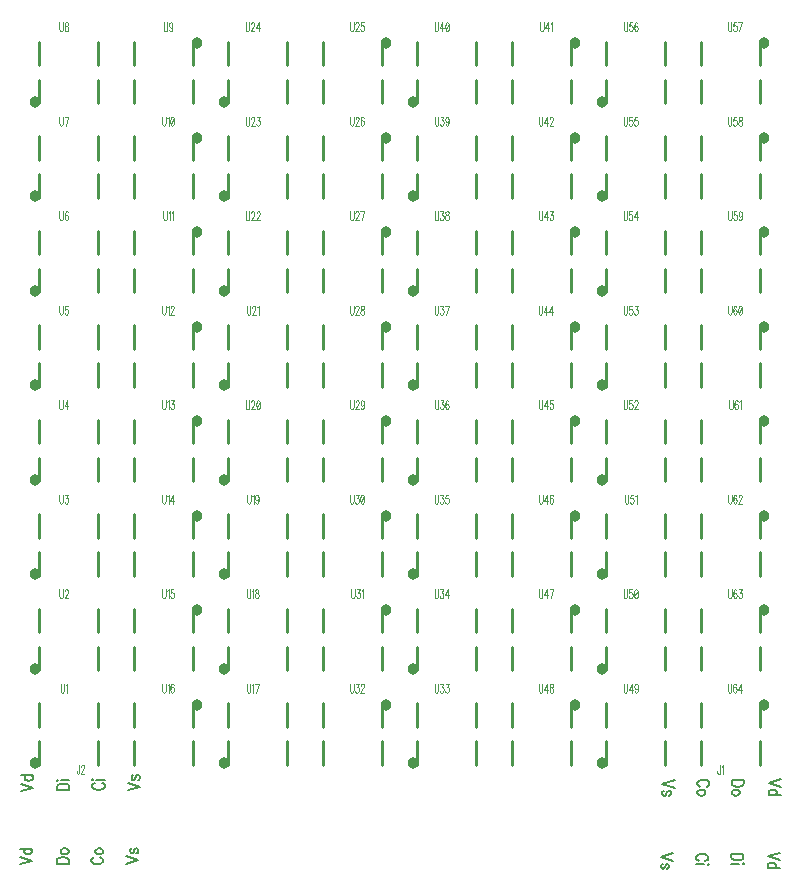
<source format=gto>
G04 DipTrace 2.4.0.2*
%IN64xAPA102Crigid.gto*%
%MOMM*%
%ADD10C,0.25*%
%ADD18O,0.925X0.975*%
%ADD28C,0.118*%
%ADD29C,0.157*%
%FSLAX53Y53*%
G04*
G71*
G90*
G75*
G01*
%LNTopSilk*%
%LPD*%
X13858Y25308D2*
D10*
Y23308D1*
X18858Y25308D2*
Y23308D1*
Y22108D2*
Y20108D1*
X13858Y22108D2*
Y20108D1*
D18*
X13496Y20245D3*
X13858Y33308D2*
D10*
Y31308D1*
X18858Y33308D2*
Y31308D1*
Y30108D2*
Y28108D1*
X13858Y30108D2*
Y28108D1*
D18*
X13496Y28245D3*
X13858Y41308D2*
D10*
Y39308D1*
X18858Y41308D2*
Y39308D1*
Y38108D2*
Y36108D1*
X13858Y38108D2*
Y36108D1*
D18*
X13496Y36245D3*
X13858Y49308D2*
D10*
Y47308D1*
X18858Y49308D2*
Y47308D1*
Y46108D2*
Y44108D1*
X13858Y46108D2*
Y44108D1*
D18*
X13496Y44245D3*
X13858Y57308D2*
D10*
Y55308D1*
X18858Y57308D2*
Y55308D1*
Y54108D2*
Y52108D1*
X13858Y54108D2*
Y52108D1*
D18*
X13496Y52245D3*
X13858Y65308D2*
D10*
Y63308D1*
X18858Y65308D2*
Y63308D1*
Y62108D2*
Y60108D1*
X13858Y62108D2*
Y60108D1*
D18*
X13496Y60245D3*
X13858Y73308D2*
D10*
Y71308D1*
X18858Y73308D2*
Y71308D1*
Y70108D2*
Y68108D1*
X13858Y70108D2*
Y68108D1*
D18*
X13496Y68245D3*
X13858Y81308D2*
D10*
Y79308D1*
X18858Y81308D2*
Y79308D1*
Y78108D2*
Y76108D1*
X13858Y78108D2*
Y76108D1*
D18*
X13496Y76245D3*
X26858Y76108D2*
D10*
Y78108D1*
X21858Y76108D2*
Y78108D1*
Y79308D2*
Y81308D1*
X26858Y79308D2*
Y81308D1*
D18*
X27221Y81171D3*
X26858Y68108D2*
D10*
Y70108D1*
X21858Y68108D2*
Y70108D1*
Y71308D2*
Y73308D1*
X26858Y71308D2*
Y73308D1*
D18*
X27221Y73171D3*
X26858Y60108D2*
D10*
Y62108D1*
X21858Y60108D2*
Y62108D1*
Y63308D2*
Y65308D1*
X26858Y63308D2*
Y65308D1*
D18*
X27221Y65171D3*
X26858Y52108D2*
D10*
Y54108D1*
X21858Y52108D2*
Y54108D1*
Y55308D2*
Y57308D1*
X26858Y55308D2*
Y57308D1*
D18*
X27221Y57171D3*
X26858Y44108D2*
D10*
Y46108D1*
X21858Y44108D2*
Y46108D1*
Y47308D2*
Y49308D1*
X26858Y47308D2*
Y49308D1*
D18*
X27221Y49171D3*
X26858Y36108D2*
D10*
Y38108D1*
X21858Y36108D2*
Y38108D1*
Y39308D2*
Y41308D1*
X26858Y39308D2*
Y41308D1*
D18*
X27221Y41171D3*
X26858Y28108D2*
D10*
Y30108D1*
X21858Y28108D2*
Y30108D1*
Y31308D2*
Y33308D1*
X26858Y31308D2*
Y33308D1*
D18*
X27221Y33171D3*
X26858Y20108D2*
D10*
Y22108D1*
X21858Y20108D2*
Y22108D1*
Y23308D2*
Y25308D1*
X26858Y23308D2*
Y25308D1*
D18*
X27221Y25171D3*
X29858Y25308D2*
D10*
Y23308D1*
X34858Y25308D2*
Y23308D1*
Y22108D2*
Y20108D1*
X29858Y22108D2*
Y20108D1*
D18*
X29496Y20245D3*
X29858Y33308D2*
D10*
Y31308D1*
X34858Y33308D2*
Y31308D1*
Y30108D2*
Y28108D1*
X29858Y30108D2*
Y28108D1*
D18*
X29496Y28245D3*
X29858Y41308D2*
D10*
Y39308D1*
X34858Y41308D2*
Y39308D1*
Y38108D2*
Y36108D1*
X29858Y38108D2*
Y36108D1*
D18*
X29496Y36245D3*
X29858Y49308D2*
D10*
Y47308D1*
X34858Y49308D2*
Y47308D1*
Y46108D2*
Y44108D1*
X29858Y46108D2*
Y44108D1*
D18*
X29496Y44245D3*
X29858Y57308D2*
D10*
Y55308D1*
X34858Y57308D2*
Y55308D1*
Y54108D2*
Y52108D1*
X29858Y54108D2*
Y52108D1*
D18*
X29496Y52245D3*
X29858Y65308D2*
D10*
Y63308D1*
X34858Y65308D2*
Y63308D1*
Y62108D2*
Y60108D1*
X29858Y62108D2*
Y60108D1*
D18*
X29496Y60245D3*
X29858Y73308D2*
D10*
Y71308D1*
X34858Y73308D2*
Y71308D1*
Y70108D2*
Y68108D1*
X29858Y70108D2*
Y68108D1*
D18*
X29496Y68245D3*
X29858Y81308D2*
D10*
Y79308D1*
X34858Y81308D2*
Y79308D1*
Y78108D2*
Y76108D1*
X29858Y78108D2*
Y76108D1*
D18*
X29496Y76245D3*
X42858Y76108D2*
D10*
Y78108D1*
X37858Y76108D2*
Y78108D1*
Y79308D2*
Y81308D1*
X42858Y79308D2*
Y81308D1*
D18*
X43221Y81171D3*
X42858Y68108D2*
D10*
Y70108D1*
X37858Y68108D2*
Y70108D1*
Y71308D2*
Y73308D1*
X42858Y71308D2*
Y73308D1*
D18*
X43221Y73171D3*
X42858Y60108D2*
D10*
Y62108D1*
X37858Y60108D2*
Y62108D1*
Y63308D2*
Y65308D1*
X42858Y63308D2*
Y65308D1*
D18*
X43221Y65171D3*
X42858Y52108D2*
D10*
Y54108D1*
X37858Y52108D2*
Y54108D1*
Y55308D2*
Y57308D1*
X42858Y55308D2*
Y57308D1*
D18*
X43221Y57171D3*
X42858Y44108D2*
D10*
Y46108D1*
X37858Y44108D2*
Y46108D1*
Y47308D2*
Y49308D1*
X42858Y47308D2*
Y49308D1*
D18*
X43221Y49171D3*
X42858Y36108D2*
D10*
Y38108D1*
X37858Y36108D2*
Y38108D1*
Y39308D2*
Y41308D1*
X42858Y39308D2*
Y41308D1*
D18*
X43221Y41171D3*
X42858Y28108D2*
D10*
Y30108D1*
X37858Y28108D2*
Y30108D1*
Y31308D2*
Y33308D1*
X42858Y31308D2*
Y33308D1*
D18*
X43221Y33171D3*
X42858Y20108D2*
D10*
Y22108D1*
X37858Y20108D2*
Y22108D1*
Y23308D2*
Y25308D1*
X42858Y23308D2*
Y25308D1*
D18*
X43221Y25171D3*
X45858Y25308D2*
D10*
Y23308D1*
X50858Y25308D2*
Y23308D1*
Y22108D2*
Y20108D1*
X45858Y22108D2*
Y20108D1*
D18*
X45496Y20245D3*
X45858Y33308D2*
D10*
Y31308D1*
X50858Y33308D2*
Y31308D1*
Y30108D2*
Y28108D1*
X45858Y30108D2*
Y28108D1*
D18*
X45496Y28245D3*
X45858Y41308D2*
D10*
Y39308D1*
X50858Y41308D2*
Y39308D1*
Y38108D2*
Y36108D1*
X45858Y38108D2*
Y36108D1*
D18*
X45496Y36245D3*
X45858Y49308D2*
D10*
Y47308D1*
X50858Y49308D2*
Y47308D1*
Y46108D2*
Y44108D1*
X45858Y46108D2*
Y44108D1*
D18*
X45496Y44245D3*
X45858Y57308D2*
D10*
Y55308D1*
X50858Y57308D2*
Y55308D1*
Y54108D2*
Y52108D1*
X45858Y54108D2*
Y52108D1*
D18*
X45496Y52245D3*
X45858Y65308D2*
D10*
Y63308D1*
X50858Y65308D2*
Y63308D1*
Y62108D2*
Y60108D1*
X45858Y62108D2*
Y60108D1*
D18*
X45496Y60245D3*
X45858Y73308D2*
D10*
Y71308D1*
X50858Y73308D2*
Y71308D1*
Y70108D2*
Y68108D1*
X45858Y70108D2*
Y68108D1*
D18*
X45496Y68245D3*
X45858Y81308D2*
D10*
Y79308D1*
X50858Y81308D2*
Y79308D1*
Y78108D2*
Y76108D1*
X45858Y78108D2*
Y76108D1*
D18*
X45496Y76245D3*
X58858Y76108D2*
D10*
Y78108D1*
X53858Y76108D2*
Y78108D1*
Y79308D2*
Y81308D1*
X58858Y79308D2*
Y81308D1*
D18*
X59221Y81171D3*
X58858Y68108D2*
D10*
Y70108D1*
X53858Y68108D2*
Y70108D1*
Y71308D2*
Y73308D1*
X58858Y71308D2*
Y73308D1*
D18*
X59221Y73171D3*
X58858Y60108D2*
D10*
Y62108D1*
X53858Y60108D2*
Y62108D1*
Y63308D2*
Y65308D1*
X58858Y63308D2*
Y65308D1*
D18*
X59221Y65171D3*
X58858Y52108D2*
D10*
Y54108D1*
X53858Y52108D2*
Y54108D1*
Y55308D2*
Y57308D1*
X58858Y55308D2*
Y57308D1*
D18*
X59221Y57171D3*
X58858Y44108D2*
D10*
Y46108D1*
X53858Y44108D2*
Y46108D1*
Y47308D2*
Y49308D1*
X58858Y47308D2*
Y49308D1*
D18*
X59221Y49171D3*
X58858Y36108D2*
D10*
Y38108D1*
X53858Y36108D2*
Y38108D1*
Y39308D2*
Y41308D1*
X58858Y39308D2*
Y41308D1*
D18*
X59221Y41171D3*
X58858Y28108D2*
D10*
Y30108D1*
X53858Y28108D2*
Y30108D1*
Y31308D2*
Y33308D1*
X58858Y31308D2*
Y33308D1*
D18*
X59221Y33171D3*
X58858Y20108D2*
D10*
Y22108D1*
X53858Y20108D2*
Y22108D1*
Y23308D2*
Y25308D1*
X58858Y23308D2*
Y25308D1*
D18*
X59221Y25171D3*
X61858Y25308D2*
D10*
Y23308D1*
X66858Y25308D2*
Y23308D1*
Y22108D2*
Y20108D1*
X61858Y22108D2*
Y20108D1*
D18*
X61496Y20245D3*
X61858Y33308D2*
D10*
Y31308D1*
X66858Y33308D2*
Y31308D1*
Y30108D2*
Y28108D1*
X61858Y30108D2*
Y28108D1*
D18*
X61496Y28245D3*
X61858Y41308D2*
D10*
Y39308D1*
X66858Y41308D2*
Y39308D1*
Y38108D2*
Y36108D1*
X61858Y38108D2*
Y36108D1*
D18*
X61496Y36245D3*
X61858Y49308D2*
D10*
Y47308D1*
X66858Y49308D2*
Y47308D1*
Y46108D2*
Y44108D1*
X61858Y46108D2*
Y44108D1*
D18*
X61496Y44245D3*
X61858Y57308D2*
D10*
Y55308D1*
X66858Y57308D2*
Y55308D1*
Y54108D2*
Y52108D1*
X61858Y54108D2*
Y52108D1*
D18*
X61496Y52245D3*
X61858Y65308D2*
D10*
Y63308D1*
X66858Y65308D2*
Y63308D1*
Y62108D2*
Y60108D1*
X61858Y62108D2*
Y60108D1*
D18*
X61496Y60245D3*
X61858Y73308D2*
D10*
Y71308D1*
X66858Y73308D2*
Y71308D1*
Y70108D2*
Y68108D1*
X61858Y70108D2*
Y68108D1*
D18*
X61496Y68245D3*
X61858Y81308D2*
D10*
Y79308D1*
X66858Y81308D2*
Y79308D1*
Y78108D2*
Y76108D1*
X61858Y78108D2*
Y76108D1*
D18*
X61496Y76245D3*
X74858Y76108D2*
D10*
Y78108D1*
X69858Y76108D2*
Y78108D1*
Y79308D2*
Y81308D1*
X74858Y79308D2*
Y81308D1*
D18*
X75221Y81171D3*
X74858Y68108D2*
D10*
Y70108D1*
X69858Y68108D2*
Y70108D1*
Y71308D2*
Y73308D1*
X74858Y71308D2*
Y73308D1*
D18*
X75221Y73171D3*
X74858Y60108D2*
D10*
Y62108D1*
X69858Y60108D2*
Y62108D1*
Y63308D2*
Y65308D1*
X74858Y63308D2*
Y65308D1*
D18*
X75221Y65171D3*
X74858Y52108D2*
D10*
Y54108D1*
X69858Y52108D2*
Y54108D1*
Y55308D2*
Y57308D1*
X74858Y55308D2*
Y57308D1*
D18*
X75221Y57171D3*
X74858Y44108D2*
D10*
Y46108D1*
X69858Y44108D2*
Y46108D1*
Y47308D2*
Y49308D1*
X74858Y47308D2*
Y49308D1*
D18*
X75221Y49171D3*
X74858Y36108D2*
D10*
Y38108D1*
X69858Y36108D2*
Y38108D1*
Y39308D2*
Y41308D1*
X74858Y39308D2*
Y41308D1*
D18*
X75221Y41171D3*
X74858Y28108D2*
D10*
Y30108D1*
X69858Y28108D2*
Y30108D1*
Y31308D2*
Y33308D1*
X74858Y31308D2*
Y33308D1*
D18*
X75221Y33171D3*
X74858Y20108D2*
D10*
Y22108D1*
X69858Y20108D2*
Y22108D1*
Y23308D2*
Y25308D1*
X74858Y23308D2*
Y25308D1*
D18*
X75221Y25171D3*
X71495Y20053D2*
D28*
Y19470D1*
X71474Y19360D1*
X71451Y19324D1*
X71408Y19287D1*
X71364D1*
X71320Y19324D1*
X71299Y19360D1*
X71277Y19470D1*
Y19542D1*
X71637Y19906D2*
X71680Y19943D1*
X71746Y20052D1*
Y19287D1*
X17246Y20111D2*
Y19529D1*
X17224Y19419D1*
X17202Y19383D1*
X17158Y19346D1*
X17115D1*
X17071Y19383D1*
X17049Y19419D1*
X17027Y19529D1*
Y19601D1*
X17409Y19929D2*
Y19965D1*
X17431Y20038D1*
X17453Y20074D1*
X17497Y20111D1*
X17584D1*
X17628Y20074D1*
X17649Y20038D1*
X17672Y19965D1*
Y19892D1*
X17649Y19819D1*
X17606Y19710D1*
X17387Y19346D1*
X17693D1*
X15667Y26974D2*
Y26427D1*
X15689Y26318D1*
X15733Y26245D1*
X15798Y26208D1*
X15842D1*
X15908Y26245D1*
X15951Y26318D1*
X15973Y26427D1*
Y26974D1*
X16114Y26827D2*
X16158Y26864D1*
X16224Y26973D1*
Y26208D1*
X15569Y34974D2*
Y34427D1*
X15590Y34318D1*
X15634Y34245D1*
X15700Y34208D1*
X15744D1*
X15809Y34245D1*
X15853Y34318D1*
X15875Y34427D1*
Y34974D1*
X16038Y34791D2*
Y34827D1*
X16060Y34901D1*
X16082Y34937D1*
X16126Y34973D1*
X16213D1*
X16257Y34937D1*
X16278Y34901D1*
X16301Y34827D1*
Y34755D1*
X16278Y34682D1*
X16235Y34573D1*
X16016Y34208D1*
X16322D1*
X15569Y42974D2*
Y42427D1*
X15590Y42318D1*
X15634Y42245D1*
X15700Y42208D1*
X15744D1*
X15809Y42245D1*
X15853Y42318D1*
X15875Y42427D1*
Y42974D1*
X16060Y42973D2*
X16300D1*
X16169Y42682D1*
X16235D1*
X16278Y42645D1*
X16300Y42609D1*
X16322Y42500D1*
Y42427D1*
X16300Y42318D1*
X16257Y42244D1*
X16191Y42208D1*
X16125D1*
X16060Y42244D1*
X16038Y42282D1*
X16016Y42354D1*
X15558Y50974D2*
Y50427D1*
X15580Y50318D1*
X15623Y50245D1*
X15689Y50208D1*
X15733D1*
X15798Y50245D1*
X15842Y50318D1*
X15864Y50427D1*
Y50974D1*
X16224Y50208D2*
Y50973D1*
X16005Y50463D1*
X16333D1*
X15569Y58974D2*
Y58427D1*
X15590Y58318D1*
X15634Y58245D1*
X15700Y58208D1*
X15744D1*
X15809Y58245D1*
X15853Y58318D1*
X15875Y58427D1*
Y58974D1*
X16278Y58973D2*
X16060D1*
X16038Y58645D1*
X16060Y58682D1*
X16126Y58719D1*
X16191D1*
X16257Y58682D1*
X16301Y58609D1*
X16322Y58500D1*
Y58427D1*
X16301Y58318D1*
X16257Y58244D1*
X16191Y58208D1*
X16126D1*
X16060Y58244D1*
X16038Y58282D1*
X16016Y58354D1*
X15580Y66974D2*
Y66427D1*
X15602Y66318D1*
X15645Y66245D1*
X15711Y66208D1*
X15755D1*
X15820Y66245D1*
X15864Y66318D1*
X15886Y66427D1*
Y66974D1*
X16290Y66864D2*
X16268Y66937D1*
X16202Y66973D1*
X16159D1*
X16093Y66937D1*
X16049Y66827D1*
X16027Y66645D1*
Y66463D1*
X16049Y66318D1*
X16093Y66244D1*
X16159Y66208D1*
X16180D1*
X16246Y66244D1*
X16290Y66318D1*
X16311Y66427D1*
Y66463D1*
X16290Y66573D1*
X16246Y66645D1*
X16180Y66682D1*
X16159D1*
X16093Y66645D1*
X16049Y66573D1*
X16027Y66463D1*
X15569Y74974D2*
Y74427D1*
X15590Y74318D1*
X15634Y74245D1*
X15700Y74208D1*
X15744D1*
X15809Y74245D1*
X15853Y74318D1*
X15875Y74427D1*
Y74974D1*
X16104Y74208D2*
X16322Y74973D1*
X16016D1*
X15569Y82974D2*
Y82427D1*
X15591Y82318D1*
X15635Y82245D1*
X15700Y82208D1*
X15744D1*
X15809Y82245D1*
X15853Y82318D1*
X15875Y82427D1*
Y82974D1*
X16126Y82973D2*
X16060Y82937D1*
X16038Y82864D1*
Y82791D1*
X16060Y82719D1*
X16104Y82682D1*
X16191Y82645D1*
X16257Y82609D1*
X16300Y82536D1*
X16322Y82463D1*
Y82354D1*
X16300Y82282D1*
X16279Y82244D1*
X16213Y82208D1*
X16126D1*
X16060Y82244D1*
X16038Y82282D1*
X16016Y82354D1*
Y82463D1*
X16038Y82536D1*
X16082Y82609D1*
X16147Y82645D1*
X16235Y82682D1*
X16279Y82719D1*
X16300Y82791D1*
Y82864D1*
X16279Y82937D1*
X16213Y82973D1*
X16126D1*
X24405Y82974D2*
Y82427D1*
X24426Y82318D1*
X24470Y82245D1*
X24536Y82208D1*
X24579D1*
X24645Y82245D1*
X24689Y82318D1*
X24711Y82427D1*
Y82974D1*
X25136Y82719D2*
X25114Y82609D1*
X25071Y82536D1*
X25005Y82500D1*
X24983D1*
X24918Y82536D1*
X24874Y82609D1*
X24852Y82719D1*
Y82755D1*
X24874Y82864D1*
X24918Y82937D1*
X24983Y82973D1*
X25005D1*
X25071Y82937D1*
X25114Y82864D1*
X25136Y82719D1*
Y82536D1*
X25114Y82354D1*
X25071Y82244D1*
X25005Y82208D1*
X24962D1*
X24896Y82244D1*
X24874Y82318D1*
X24268Y74974D2*
Y74427D1*
X24290Y74318D1*
X24334Y74245D1*
X24400Y74208D1*
X24443D1*
X24509Y74245D1*
X24553Y74318D1*
X24574Y74427D1*
Y74974D1*
X24716Y74827D2*
X24760Y74864D1*
X24825Y74973D1*
Y74208D1*
X25098Y74973D2*
X25032Y74937D1*
X24988Y74827D1*
X24967Y74645D1*
Y74536D1*
X24988Y74354D1*
X25032Y74244D1*
X25098Y74208D1*
X25141D1*
X25207Y74244D1*
X25251Y74354D1*
X25273Y74536D1*
Y74645D1*
X25251Y74827D1*
X25207Y74937D1*
X25141Y74973D1*
X25098D1*
X25251Y74827D2*
X24988Y74354D1*
X24367Y66974D2*
Y66427D1*
X24388Y66318D1*
X24432Y66245D1*
X24498Y66208D1*
X24541D1*
X24607Y66245D1*
X24651Y66318D1*
X24673Y66427D1*
Y66974D1*
X24814Y66827D2*
X24858Y66864D1*
X24924Y66973D1*
Y66208D1*
X25065Y66827D2*
X25109Y66864D1*
X25174Y66973D1*
Y66208D1*
X24268Y58974D2*
Y58427D1*
X24290Y58318D1*
X24334Y58245D1*
X24400Y58208D1*
X24443D1*
X24509Y58245D1*
X24553Y58318D1*
X24574Y58427D1*
Y58974D1*
X24716Y58827D2*
X24760Y58864D1*
X24825Y58973D1*
Y58208D1*
X24989Y58791D2*
Y58827D1*
X25010Y58901D1*
X25032Y58937D1*
X25076Y58973D1*
X25164D1*
X25207Y58937D1*
X25229Y58901D1*
X25251Y58827D1*
Y58755D1*
X25229Y58682D1*
X25185Y58573D1*
X24967Y58208D1*
X25273D1*
X24268Y50974D2*
Y50427D1*
X24290Y50318D1*
X24334Y50245D1*
X24400Y50208D1*
X24443D1*
X24509Y50245D1*
X24553Y50318D1*
X24574Y50427D1*
Y50974D1*
X24716Y50827D2*
X24760Y50864D1*
X24825Y50973D1*
Y50208D1*
X25010Y50973D2*
X25251D1*
X25120Y50682D1*
X25185D1*
X25229Y50645D1*
X25251Y50609D1*
X25273Y50500D1*
Y50427D1*
X25251Y50318D1*
X25207Y50244D1*
X25141Y50208D1*
X25076D1*
X25010Y50244D1*
X24989Y50282D1*
X24967Y50354D1*
X24257Y42974D2*
Y42427D1*
X24279Y42318D1*
X24323Y42245D1*
X24389Y42208D1*
X24432D1*
X24498Y42245D1*
X24542Y42318D1*
X24564Y42427D1*
Y42974D1*
X24705Y42827D2*
X24749Y42864D1*
X24814Y42973D1*
Y42208D1*
X25174D2*
Y42973D1*
X24956Y42463D1*
X25284D1*
X24268Y34974D2*
Y34427D1*
X24290Y34318D1*
X24334Y34245D1*
X24400Y34208D1*
X24443D1*
X24509Y34245D1*
X24553Y34318D1*
X24574Y34427D1*
Y34974D1*
X24716Y34827D2*
X24760Y34864D1*
X24825Y34973D1*
Y34208D1*
X25229Y34973D2*
X25010D1*
X24989Y34645D1*
X25010Y34682D1*
X25076Y34719D1*
X25141D1*
X25207Y34682D1*
X25251Y34609D1*
X25273Y34500D1*
Y34427D1*
X25251Y34318D1*
X25207Y34244D1*
X25141Y34208D1*
X25076D1*
X25010Y34244D1*
X24989Y34282D1*
X24967Y34354D1*
X24279Y26974D2*
Y26427D1*
X24301Y26318D1*
X24345Y26245D1*
X24411Y26208D1*
X24454D1*
X24520Y26245D1*
X24564Y26318D1*
X24586Y26427D1*
Y26974D1*
X24727Y26827D2*
X24771Y26864D1*
X24836Y26973D1*
Y26208D1*
X25240Y26864D2*
X25218Y26937D1*
X25152Y26973D1*
X25109D1*
X25043Y26937D1*
X24999Y26827D1*
X24978Y26645D1*
Y26463D1*
X24999Y26318D1*
X25043Y26244D1*
X25109Y26208D1*
X25131D1*
X25196Y26244D1*
X25240Y26318D1*
X25262Y26427D1*
Y26463D1*
X25240Y26573D1*
X25196Y26645D1*
X25131Y26682D1*
X25109D1*
X25043Y26645D1*
X24999Y26573D1*
X24978Y26463D1*
X31443Y26974D2*
Y26427D1*
X31465Y26318D1*
X31509Y26245D1*
X31575Y26208D1*
X31618D1*
X31684Y26245D1*
X31728Y26318D1*
X31749Y26427D1*
Y26974D1*
X31891Y26827D2*
X31935Y26864D1*
X32000Y26973D1*
Y26208D1*
X32229D2*
X32448Y26973D1*
X32142D1*
X31443Y34974D2*
Y34427D1*
X31465Y34318D1*
X31509Y34245D1*
X31575Y34208D1*
X31618D1*
X31684Y34245D1*
X31728Y34318D1*
X31750Y34427D1*
Y34974D1*
X31891Y34827D2*
X31935Y34864D1*
X32001Y34973D1*
Y34208D1*
X32251Y34973D2*
X32186Y34937D1*
X32164Y34864D1*
Y34791D1*
X32186Y34719D1*
X32229Y34682D1*
X32317Y34645D1*
X32382Y34609D1*
X32426Y34536D1*
X32448Y34463D1*
Y34354D1*
X32426Y34282D1*
X32404Y34244D1*
X32338Y34208D1*
X32251D1*
X32186Y34244D1*
X32164Y34282D1*
X32142Y34354D1*
Y34463D1*
X32164Y34536D1*
X32207Y34609D1*
X32273Y34645D1*
X32360Y34682D1*
X32404Y34719D1*
X32426Y34791D1*
Y34864D1*
X32404Y34937D1*
X32338Y34973D1*
X32251D1*
X31454Y42974D2*
Y42427D1*
X31476Y42318D1*
X31520Y42245D1*
X31585Y42208D1*
X31629D1*
X31695Y42245D1*
X31739Y42318D1*
X31760Y42427D1*
Y42974D1*
X31902Y42827D2*
X31946Y42864D1*
X32011Y42973D1*
Y42208D1*
X32437Y42719D2*
X32415Y42609D1*
X32371Y42536D1*
X32306Y42500D1*
X32284D1*
X32218Y42536D1*
X32175Y42609D1*
X32152Y42719D1*
Y42755D1*
X32175Y42864D1*
X32218Y42937D1*
X32284Y42973D1*
X32306D1*
X32371Y42937D1*
X32415Y42864D1*
X32437Y42719D1*
Y42536D1*
X32415Y42354D1*
X32371Y42244D1*
X32306Y42208D1*
X32262D1*
X32196Y42244D1*
X32175Y42318D1*
X31345Y50974D2*
Y50427D1*
X31367Y50318D1*
X31411Y50245D1*
X31476Y50208D1*
X31520D1*
X31585Y50245D1*
X31629Y50318D1*
X31651Y50427D1*
Y50974D1*
X31815Y50791D2*
Y50827D1*
X31836Y50901D1*
X31858Y50937D1*
X31902Y50973D1*
X31989D1*
X32033Y50937D1*
X32055Y50901D1*
X32077Y50827D1*
Y50755D1*
X32055Y50682D1*
X32011Y50573D1*
X31792Y50208D1*
X32099D1*
X32371Y50973D2*
X32306Y50937D1*
X32262Y50827D1*
X32240Y50645D1*
Y50536D1*
X32262Y50354D1*
X32306Y50244D1*
X32371Y50208D1*
X32415D1*
X32480Y50244D1*
X32524Y50354D1*
X32546Y50536D1*
Y50645D1*
X32524Y50827D1*
X32480Y50937D1*
X32415Y50973D1*
X32371D1*
X32524Y50827D2*
X32262Y50354D1*
X31443Y58974D2*
Y58427D1*
X31465Y58318D1*
X31509Y58245D1*
X31575Y58208D1*
X31618D1*
X31684Y58245D1*
X31728Y58318D1*
X31749Y58427D1*
Y58974D1*
X31913Y58791D2*
Y58827D1*
X31935Y58901D1*
X31956Y58937D1*
X32000Y58973D1*
X32088D1*
X32131Y58937D1*
X32153Y58901D1*
X32175Y58827D1*
Y58755D1*
X32153Y58682D1*
X32110Y58573D1*
X31891Y58208D1*
X32197D1*
X32338Y58827D2*
X32382Y58864D1*
X32448Y58973D1*
Y58208D1*
X31345Y66974D2*
Y66427D1*
X31367Y66318D1*
X31411Y66245D1*
X31476Y66208D1*
X31520D1*
X31585Y66245D1*
X31629Y66318D1*
X31651Y66427D1*
Y66974D1*
X31815Y66791D2*
Y66827D1*
X31836Y66901D1*
X31858Y66937D1*
X31902Y66973D1*
X31989D1*
X32033Y66937D1*
X32055Y66901D1*
X32077Y66827D1*
Y66755D1*
X32055Y66682D1*
X32011Y66573D1*
X31792Y66208D1*
X32099D1*
X32262Y66791D2*
Y66827D1*
X32284Y66901D1*
X32306Y66937D1*
X32349Y66973D1*
X32437D1*
X32480Y66937D1*
X32502Y66901D1*
X32524Y66827D1*
Y66755D1*
X32502Y66682D1*
X32459Y66573D1*
X32240Y66208D1*
X32546D1*
X31345Y74974D2*
Y74427D1*
X31367Y74318D1*
X31411Y74245D1*
X31476Y74208D1*
X31520D1*
X31585Y74245D1*
X31629Y74318D1*
X31651Y74427D1*
Y74974D1*
X31815Y74791D2*
Y74827D1*
X31836Y74901D1*
X31858Y74937D1*
X31902Y74973D1*
X31989D1*
X32033Y74937D1*
X32055Y74901D1*
X32077Y74827D1*
Y74755D1*
X32055Y74682D1*
X32011Y74573D1*
X31792Y74208D1*
X32099D1*
X32284Y74973D2*
X32524D1*
X32393Y74682D1*
X32459D1*
X32502Y74645D1*
X32524Y74609D1*
X32546Y74500D1*
Y74427D1*
X32524Y74318D1*
X32480Y74244D1*
X32415Y74208D1*
X32349D1*
X32284Y74244D1*
X32262Y74282D1*
X32240Y74354D1*
X31334Y82974D2*
Y82427D1*
X31356Y82318D1*
X31400Y82245D1*
X31465Y82208D1*
X31509D1*
X31575Y82245D1*
X31619Y82318D1*
X31640Y82427D1*
Y82974D1*
X31804Y82791D2*
Y82827D1*
X31825Y82901D1*
X31847Y82937D1*
X31891Y82973D1*
X31979D1*
X32022Y82937D1*
X32044Y82901D1*
X32066Y82827D1*
Y82755D1*
X32044Y82682D1*
X32000Y82573D1*
X31782Y82208D1*
X32088D1*
X32448D2*
Y82973D1*
X32229Y82463D1*
X32557D1*
X40170Y82974D2*
Y82427D1*
X40192Y82318D1*
X40236Y82245D1*
X40301Y82208D1*
X40345D1*
X40410Y82245D1*
X40454Y82318D1*
X40476Y82427D1*
Y82974D1*
X40640Y82791D2*
Y82827D1*
X40661Y82901D1*
X40683Y82937D1*
X40727Y82973D1*
X40814D1*
X40858Y82937D1*
X40880Y82901D1*
X40902Y82827D1*
Y82755D1*
X40880Y82682D1*
X40836Y82573D1*
X40617Y82208D1*
X40924D1*
X41327Y82973D2*
X41109D1*
X41087Y82645D1*
X41109Y82682D1*
X41174Y82719D1*
X41240D1*
X41305Y82682D1*
X41349Y82609D1*
X41371Y82500D1*
Y82427D1*
X41349Y82318D1*
X41305Y82244D1*
X41240Y82208D1*
X41174D1*
X41109Y82244D1*
X41087Y82282D1*
X41065Y82354D1*
X40181Y74974D2*
Y74427D1*
X40203Y74318D1*
X40247Y74245D1*
X40312Y74208D1*
X40356D1*
X40422Y74245D1*
X40466Y74318D1*
X40487Y74427D1*
Y74974D1*
X40651Y74791D2*
Y74827D1*
X40672Y74901D1*
X40694Y74937D1*
X40738Y74973D1*
X40826D1*
X40869Y74937D1*
X40891Y74901D1*
X40913Y74827D1*
Y74755D1*
X40891Y74682D1*
X40847Y74573D1*
X40628Y74208D1*
X40935D1*
X41338Y74864D2*
X41316Y74937D1*
X41251Y74973D1*
X41207D1*
X41142Y74937D1*
X41098Y74827D1*
X41076Y74645D1*
Y74463D1*
X41098Y74318D1*
X41142Y74244D1*
X41207Y74208D1*
X41229D1*
X41294Y74244D1*
X41338Y74318D1*
X41360Y74427D1*
Y74463D1*
X41338Y74573D1*
X41294Y74645D1*
X41229Y74682D1*
X41207D1*
X41142Y74645D1*
X41098Y74573D1*
X41076Y74463D1*
X40170Y66974D2*
Y66427D1*
X40192Y66318D1*
X40236Y66245D1*
X40301Y66208D1*
X40345D1*
X40410Y66245D1*
X40454Y66318D1*
X40476Y66427D1*
Y66974D1*
X40640Y66791D2*
Y66827D1*
X40661Y66901D1*
X40683Y66937D1*
X40727Y66973D1*
X40814D1*
X40858Y66937D1*
X40880Y66901D1*
X40902Y66827D1*
Y66755D1*
X40880Y66682D1*
X40836Y66573D1*
X40617Y66208D1*
X40924D1*
X41152D2*
X41371Y66973D1*
X41065D1*
X40170Y58974D2*
Y58427D1*
X40192Y58318D1*
X40236Y58245D1*
X40302Y58208D1*
X40345D1*
X40411Y58245D1*
X40455Y58318D1*
X40476Y58427D1*
Y58974D1*
X40640Y58791D2*
Y58827D1*
X40662Y58901D1*
X40683Y58937D1*
X40727Y58973D1*
X40815D1*
X40858Y58937D1*
X40880Y58901D1*
X40902Y58827D1*
Y58755D1*
X40880Y58682D1*
X40836Y58573D1*
X40618Y58208D1*
X40924D1*
X41174Y58973D2*
X41109Y58937D1*
X41087Y58864D1*
Y58791D1*
X41109Y58719D1*
X41152Y58682D1*
X41240Y58645D1*
X41306Y58609D1*
X41349Y58536D1*
X41371Y58463D1*
Y58354D1*
X41349Y58282D1*
X41327Y58244D1*
X41262Y58208D1*
X41174D1*
X41109Y58244D1*
X41087Y58282D1*
X41065Y58354D1*
Y58463D1*
X41087Y58536D1*
X41131Y58609D1*
X41196Y58645D1*
X41283Y58682D1*
X41327Y58719D1*
X41349Y58791D1*
Y58864D1*
X41327Y58937D1*
X41262Y58973D1*
X41174D1*
X40181Y50974D2*
Y50427D1*
X40203Y50318D1*
X40247Y50245D1*
X40312Y50208D1*
X40356D1*
X40421Y50245D1*
X40465Y50318D1*
X40487Y50427D1*
Y50974D1*
X40650Y50791D2*
Y50827D1*
X40672Y50901D1*
X40694Y50937D1*
X40738Y50973D1*
X40825D1*
X40869Y50937D1*
X40891Y50901D1*
X40913Y50827D1*
Y50755D1*
X40891Y50682D1*
X40847Y50573D1*
X40628Y50208D1*
X40935D1*
X41360Y50719D2*
X41338Y50609D1*
X41295Y50536D1*
X41229Y50500D1*
X41207D1*
X41141Y50536D1*
X41098Y50609D1*
X41076Y50719D1*
Y50755D1*
X41098Y50864D1*
X41141Y50937D1*
X41207Y50973D1*
X41229D1*
X41295Y50937D1*
X41338Y50864D1*
X41360Y50719D1*
Y50536D1*
X41338Y50354D1*
X41295Y50244D1*
X41229Y50208D1*
X41185D1*
X41120Y50244D1*
X41098Y50318D1*
X40170Y42974D2*
Y42427D1*
X40192Y42318D1*
X40236Y42245D1*
X40301Y42208D1*
X40345D1*
X40410Y42245D1*
X40454Y42318D1*
X40476Y42427D1*
Y42974D1*
X40661Y42973D2*
X40901D1*
X40771Y42682D1*
X40836D1*
X40880Y42645D1*
X40901Y42609D1*
X40924Y42500D1*
Y42427D1*
X40901Y42318D1*
X40858Y42244D1*
X40792Y42208D1*
X40727D1*
X40661Y42244D1*
X40640Y42282D1*
X40617Y42354D1*
X41196Y42973D2*
X41131Y42937D1*
X41087Y42827D1*
X41065Y42645D1*
Y42536D1*
X41087Y42354D1*
X41131Y42244D1*
X41196Y42208D1*
X41240D1*
X41305Y42244D1*
X41349Y42354D1*
X41371Y42536D1*
Y42645D1*
X41349Y42827D1*
X41305Y42937D1*
X41240Y42973D1*
X41196D1*
X41349Y42827D2*
X41087Y42354D1*
X40268Y34974D2*
Y34427D1*
X40290Y34318D1*
X40334Y34245D1*
X40400Y34208D1*
X40443D1*
X40509Y34245D1*
X40553Y34318D1*
X40574Y34427D1*
Y34974D1*
X40760Y34973D2*
X41000D1*
X40869Y34682D1*
X40935D1*
X40978Y34645D1*
X41000Y34609D1*
X41022Y34500D1*
Y34427D1*
X41000Y34318D1*
X40956Y34244D1*
X40891Y34208D1*
X40825D1*
X40760Y34244D1*
X40738Y34282D1*
X40716Y34354D1*
X41163Y34827D2*
X41207Y34864D1*
X41273Y34973D1*
Y34208D1*
X40170Y26974D2*
Y26427D1*
X40192Y26318D1*
X40236Y26245D1*
X40301Y26208D1*
X40345D1*
X40410Y26245D1*
X40454Y26318D1*
X40476Y26427D1*
Y26974D1*
X40661Y26973D2*
X40901D1*
X40771Y26682D1*
X40836D1*
X40880Y26645D1*
X40901Y26609D1*
X40924Y26500D1*
Y26427D1*
X40901Y26318D1*
X40858Y26244D1*
X40792Y26208D1*
X40727D1*
X40661Y26244D1*
X40640Y26282D1*
X40617Y26354D1*
X41087Y26791D2*
Y26827D1*
X41109Y26901D1*
X41131Y26937D1*
X41174Y26973D1*
X41262D1*
X41305Y26937D1*
X41327Y26901D1*
X41349Y26827D1*
Y26755D1*
X41327Y26682D1*
X41284Y26573D1*
X41065Y26208D1*
X41371D1*
X47345Y26974D2*
Y26427D1*
X47367Y26318D1*
X47411Y26245D1*
X47476Y26208D1*
X47520D1*
X47585Y26245D1*
X47629Y26318D1*
X47651Y26427D1*
Y26974D1*
X47836Y26973D2*
X48076D1*
X47946Y26682D1*
X48011D1*
X48055Y26645D1*
X48076Y26609D1*
X48099Y26500D1*
Y26427D1*
X48076Y26318D1*
X48033Y26244D1*
X47967Y26208D1*
X47902D1*
X47836Y26244D1*
X47815Y26282D1*
X47792Y26354D1*
X48284Y26973D2*
X48524D1*
X48393Y26682D1*
X48459D1*
X48502Y26645D1*
X48524Y26609D1*
X48546Y26500D1*
Y26427D1*
X48524Y26318D1*
X48480Y26244D1*
X48415Y26208D1*
X48349D1*
X48284Y26244D1*
X48262Y26282D1*
X48240Y26354D1*
X47334Y34974D2*
Y34427D1*
X47356Y34318D1*
X47400Y34245D1*
X47465Y34208D1*
X47509D1*
X47575Y34245D1*
X47619Y34318D1*
X47640Y34427D1*
Y34974D1*
X47825Y34973D2*
X48066D1*
X47935Y34682D1*
X48000D1*
X48044Y34645D1*
X48066Y34609D1*
X48088Y34500D1*
Y34427D1*
X48066Y34318D1*
X48022Y34244D1*
X47956Y34208D1*
X47891D1*
X47825Y34244D1*
X47804Y34282D1*
X47782Y34354D1*
X48448Y34208D2*
Y34973D1*
X48229Y34463D1*
X48557D1*
X47345Y42974D2*
Y42427D1*
X47367Y42318D1*
X47411Y42245D1*
X47476Y42208D1*
X47520D1*
X47585Y42245D1*
X47629Y42318D1*
X47651Y42427D1*
Y42974D1*
X47836Y42973D2*
X48076D1*
X47946Y42682D1*
X48011D1*
X48055Y42645D1*
X48076Y42609D1*
X48099Y42500D1*
Y42427D1*
X48076Y42318D1*
X48033Y42244D1*
X47967Y42208D1*
X47902D1*
X47836Y42244D1*
X47815Y42282D1*
X47792Y42354D1*
X48502Y42973D2*
X48284D1*
X48262Y42645D1*
X48284Y42682D1*
X48349Y42719D1*
X48415D1*
X48480Y42682D1*
X48524Y42609D1*
X48546Y42500D1*
Y42427D1*
X48524Y42318D1*
X48480Y42244D1*
X48415Y42208D1*
X48349D1*
X48284Y42244D1*
X48262Y42282D1*
X48240Y42354D1*
X47356Y50974D2*
Y50427D1*
X47378Y50318D1*
X47422Y50245D1*
X47487Y50208D1*
X47531D1*
X47597Y50245D1*
X47641Y50318D1*
X47662Y50427D1*
Y50974D1*
X47847Y50973D2*
X48088D1*
X47957Y50682D1*
X48022D1*
X48066Y50645D1*
X48088Y50609D1*
X48110Y50500D1*
Y50427D1*
X48088Y50318D1*
X48044Y50244D1*
X47978Y50208D1*
X47913D1*
X47847Y50244D1*
X47826Y50282D1*
X47803Y50354D1*
X48513Y50864D2*
X48491Y50937D1*
X48426Y50973D1*
X48382D1*
X48317Y50937D1*
X48273Y50827D1*
X48251Y50645D1*
Y50463D1*
X48273Y50318D1*
X48317Y50244D1*
X48382Y50208D1*
X48404D1*
X48469Y50244D1*
X48513Y50318D1*
X48535Y50427D1*
Y50463D1*
X48513Y50573D1*
X48469Y50645D1*
X48404Y50682D1*
X48382D1*
X48317Y50645D1*
X48273Y50573D1*
X48251Y50463D1*
X47345Y58974D2*
Y58427D1*
X47367Y58318D1*
X47411Y58245D1*
X47476Y58208D1*
X47520D1*
X47585Y58245D1*
X47629Y58318D1*
X47651Y58427D1*
Y58974D1*
X47836Y58973D2*
X48076D1*
X47946Y58682D1*
X48011D1*
X48055Y58645D1*
X48076Y58609D1*
X48099Y58500D1*
Y58427D1*
X48076Y58318D1*
X48033Y58244D1*
X47967Y58208D1*
X47902D1*
X47836Y58244D1*
X47815Y58282D1*
X47792Y58354D1*
X48327Y58208D2*
X48546Y58973D1*
X48240D1*
X47345Y66974D2*
Y66427D1*
X47367Y66318D1*
X47411Y66245D1*
X47477Y66208D1*
X47520D1*
X47586Y66245D1*
X47630Y66318D1*
X47651Y66427D1*
Y66974D1*
X47837Y66973D2*
X48077D1*
X47946Y66682D1*
X48011D1*
X48055Y66645D1*
X48077Y66609D1*
X48099Y66500D1*
Y66427D1*
X48077Y66318D1*
X48033Y66244D1*
X47967Y66208D1*
X47902D1*
X47837Y66244D1*
X47815Y66282D1*
X47793Y66354D1*
X48349Y66973D2*
X48284Y66937D1*
X48262Y66864D1*
Y66791D1*
X48284Y66719D1*
X48327Y66682D1*
X48415Y66645D1*
X48481Y66609D1*
X48524Y66536D1*
X48546Y66463D1*
Y66354D1*
X48524Y66282D1*
X48502Y66244D1*
X48437Y66208D1*
X48349D1*
X48284Y66244D1*
X48262Y66282D1*
X48240Y66354D1*
Y66463D1*
X48262Y66536D1*
X48306Y66609D1*
X48371Y66645D1*
X48458Y66682D1*
X48502Y66719D1*
X48524Y66791D1*
Y66864D1*
X48502Y66937D1*
X48437Y66973D1*
X48349D1*
X47356Y74974D2*
Y74427D1*
X47378Y74318D1*
X47422Y74245D1*
X47487Y74208D1*
X47531D1*
X47596Y74245D1*
X47640Y74318D1*
X47662Y74427D1*
Y74974D1*
X47847Y74973D2*
X48087D1*
X47956Y74682D1*
X48022D1*
X48066Y74645D1*
X48087Y74609D1*
X48110Y74500D1*
Y74427D1*
X48087Y74318D1*
X48044Y74244D1*
X47978Y74208D1*
X47912D1*
X47847Y74244D1*
X47825Y74282D1*
X47803Y74354D1*
X48535Y74719D2*
X48513Y74609D1*
X48470Y74536D1*
X48404Y74500D1*
X48382D1*
X48316Y74536D1*
X48273Y74609D1*
X48251Y74719D1*
Y74755D1*
X48273Y74864D1*
X48316Y74937D1*
X48382Y74973D1*
X48404D1*
X48470Y74937D1*
X48513Y74864D1*
X48535Y74719D1*
Y74536D1*
X48513Y74354D1*
X48470Y74244D1*
X48404Y74208D1*
X48360D1*
X48295Y74244D1*
X48273Y74318D1*
X47334Y82974D2*
Y82427D1*
X47356Y82318D1*
X47400Y82245D1*
X47465Y82208D1*
X47509D1*
X47575Y82245D1*
X47619Y82318D1*
X47640Y82427D1*
Y82974D1*
X48000Y82208D2*
Y82973D1*
X47782Y82463D1*
X48110D1*
X48382Y82973D2*
X48316Y82937D1*
X48272Y82827D1*
X48251Y82645D1*
Y82536D1*
X48272Y82354D1*
X48316Y82244D1*
X48382Y82208D1*
X48426D1*
X48491Y82244D1*
X48535Y82354D1*
X48557Y82536D1*
Y82645D1*
X48535Y82827D1*
X48491Y82937D1*
X48426Y82973D1*
X48382D1*
X48535Y82827D2*
X48272Y82354D1*
X56257Y82974D2*
Y82427D1*
X56279Y82318D1*
X56323Y82245D1*
X56389Y82208D1*
X56432D1*
X56498Y82245D1*
X56542Y82318D1*
X56564Y82427D1*
Y82974D1*
X56924Y82208D2*
Y82973D1*
X56705Y82463D1*
X57033D1*
X57174Y82827D2*
X57218Y82864D1*
X57284Y82973D1*
Y82208D1*
X56159Y74974D2*
Y74427D1*
X56181Y74318D1*
X56225Y74245D1*
X56290Y74208D1*
X56334D1*
X56400Y74245D1*
X56444Y74318D1*
X56465Y74427D1*
Y74974D1*
X56825Y74208D2*
Y74973D1*
X56607Y74463D1*
X56935D1*
X57098Y74791D2*
Y74827D1*
X57120Y74901D1*
X57141Y74937D1*
X57185Y74973D1*
X57273D1*
X57316Y74937D1*
X57338Y74901D1*
X57360Y74827D1*
Y74755D1*
X57338Y74682D1*
X57295Y74573D1*
X57076Y74208D1*
X57382D1*
X56159Y66974D2*
Y66427D1*
X56181Y66318D1*
X56225Y66245D1*
X56290Y66208D1*
X56334D1*
X56400Y66245D1*
X56444Y66318D1*
X56465Y66427D1*
Y66974D1*
X56825Y66208D2*
Y66973D1*
X56607Y66463D1*
X56935D1*
X57120Y66973D2*
X57360D1*
X57229Y66682D1*
X57295D1*
X57338Y66645D1*
X57360Y66609D1*
X57382Y66500D1*
Y66427D1*
X57360Y66318D1*
X57316Y66244D1*
X57251Y66208D1*
X57185D1*
X57120Y66244D1*
X57098Y66282D1*
X57076Y66354D1*
X56148Y58974D2*
Y58427D1*
X56170Y58318D1*
X56214Y58245D1*
X56280Y58208D1*
X56323D1*
X56389Y58245D1*
X56433Y58318D1*
X56454Y58427D1*
Y58974D1*
X56814Y58208D2*
Y58973D1*
X56596Y58463D1*
X56924D1*
X57284Y58208D2*
Y58973D1*
X57065Y58463D1*
X57393D1*
X56159Y50974D2*
Y50427D1*
X56181Y50318D1*
X56225Y50245D1*
X56290Y50208D1*
X56334D1*
X56400Y50245D1*
X56444Y50318D1*
X56465Y50427D1*
Y50974D1*
X56825Y50208D2*
Y50973D1*
X56607Y50463D1*
X56935D1*
X57338Y50973D2*
X57120D1*
X57098Y50645D1*
X57120Y50682D1*
X57185Y50719D1*
X57251D1*
X57316Y50682D1*
X57360Y50609D1*
X57382Y50500D1*
Y50427D1*
X57360Y50318D1*
X57316Y50244D1*
X57251Y50208D1*
X57185D1*
X57120Y50244D1*
X57098Y50282D1*
X57076Y50354D1*
X56170Y42974D2*
Y42427D1*
X56192Y42318D1*
X56236Y42245D1*
X56302Y42208D1*
X56345D1*
X56411Y42245D1*
X56455Y42318D1*
X56476Y42427D1*
Y42974D1*
X56836Y42208D2*
Y42973D1*
X56618Y42463D1*
X56946D1*
X57349Y42864D2*
X57327Y42937D1*
X57262Y42973D1*
X57218D1*
X57152Y42937D1*
X57109Y42827D1*
X57087Y42645D1*
Y42463D1*
X57109Y42318D1*
X57152Y42244D1*
X57218Y42208D1*
X57240D1*
X57305Y42244D1*
X57349Y42318D1*
X57371Y42427D1*
Y42463D1*
X57349Y42573D1*
X57305Y42645D1*
X57240Y42682D1*
X57218D1*
X57152Y42645D1*
X57109Y42573D1*
X57087Y42463D1*
X56159Y34974D2*
Y34427D1*
X56181Y34318D1*
X56225Y34245D1*
X56290Y34208D1*
X56334D1*
X56400Y34245D1*
X56444Y34318D1*
X56465Y34427D1*
Y34974D1*
X56825Y34208D2*
Y34973D1*
X56607Y34463D1*
X56935D1*
X57163Y34208D2*
X57382Y34973D1*
X57076D1*
X56159Y26974D2*
Y26427D1*
X56181Y26318D1*
X56225Y26245D1*
X56291Y26208D1*
X56334D1*
X56400Y26245D1*
X56444Y26318D1*
X56466Y26427D1*
Y26974D1*
X56826Y26208D2*
Y26973D1*
X56607Y26463D1*
X56935D1*
X57185Y26973D2*
X57120Y26937D1*
X57098Y26864D1*
Y26791D1*
X57120Y26719D1*
X57163Y26682D1*
X57251Y26645D1*
X57316Y26609D1*
X57360Y26536D1*
X57382Y26463D1*
Y26354D1*
X57360Y26282D1*
X57338Y26244D1*
X57273Y26208D1*
X57185D1*
X57120Y26244D1*
X57098Y26282D1*
X57076Y26354D1*
Y26463D1*
X57098Y26536D1*
X57142Y26609D1*
X57207Y26645D1*
X57294Y26682D1*
X57338Y26719D1*
X57360Y26791D1*
Y26864D1*
X57338Y26937D1*
X57273Y26973D1*
X57185D1*
X63345Y26974D2*
Y26427D1*
X63367Y26318D1*
X63411Y26245D1*
X63476Y26208D1*
X63520D1*
X63585Y26245D1*
X63629Y26318D1*
X63651Y26427D1*
Y26974D1*
X64011Y26208D2*
Y26973D1*
X63792Y26463D1*
X64120D1*
X64546Y26719D2*
X64524Y26609D1*
X64480Y26536D1*
X64415Y26500D1*
X64393D1*
X64327Y26536D1*
X64284Y26609D1*
X64262Y26719D1*
Y26755D1*
X64284Y26864D1*
X64327Y26937D1*
X64393Y26973D1*
X64415D1*
X64480Y26937D1*
X64524Y26864D1*
X64546Y26719D1*
Y26536D1*
X64524Y26354D1*
X64480Y26244D1*
X64415Y26208D1*
X64371D1*
X64306Y26244D1*
X64284Y26318D1*
X63345Y34974D2*
Y34427D1*
X63367Y34318D1*
X63411Y34245D1*
X63476Y34208D1*
X63520D1*
X63585Y34245D1*
X63629Y34318D1*
X63651Y34427D1*
Y34974D1*
X64055Y34973D2*
X63836D1*
X63815Y34645D1*
X63836Y34682D1*
X63902Y34719D1*
X63967D1*
X64033Y34682D1*
X64077Y34609D1*
X64099Y34500D1*
Y34427D1*
X64077Y34318D1*
X64033Y34244D1*
X63967Y34208D1*
X63902D1*
X63836Y34244D1*
X63815Y34282D1*
X63792Y34354D1*
X64371Y34973D2*
X64306Y34937D1*
X64262Y34827D1*
X64240Y34645D1*
Y34536D1*
X64262Y34354D1*
X64306Y34244D1*
X64371Y34208D1*
X64415D1*
X64480Y34244D1*
X64524Y34354D1*
X64546Y34536D1*
Y34645D1*
X64524Y34827D1*
X64480Y34937D1*
X64415Y34973D1*
X64371D1*
X64524Y34827D2*
X64262Y34354D1*
X63443Y42974D2*
Y42427D1*
X63465Y42318D1*
X63509Y42245D1*
X63575Y42208D1*
X63618D1*
X63684Y42245D1*
X63728Y42318D1*
X63749Y42427D1*
Y42974D1*
X64153Y42973D2*
X63935D1*
X63913Y42645D1*
X63935Y42682D1*
X64000Y42719D1*
X64066D1*
X64131Y42682D1*
X64175Y42609D1*
X64197Y42500D1*
Y42427D1*
X64175Y42318D1*
X64131Y42244D1*
X64066Y42208D1*
X64000D1*
X63935Y42244D1*
X63913Y42282D1*
X63891Y42354D1*
X64338Y42827D2*
X64382Y42864D1*
X64448Y42973D1*
Y42208D1*
X63345Y50974D2*
Y50427D1*
X63367Y50318D1*
X63411Y50245D1*
X63476Y50208D1*
X63520D1*
X63585Y50245D1*
X63629Y50318D1*
X63651Y50427D1*
Y50974D1*
X64055Y50973D2*
X63836D1*
X63815Y50645D1*
X63836Y50682D1*
X63902Y50719D1*
X63967D1*
X64033Y50682D1*
X64077Y50609D1*
X64099Y50500D1*
Y50427D1*
X64077Y50318D1*
X64033Y50244D1*
X63967Y50208D1*
X63902D1*
X63836Y50244D1*
X63815Y50282D1*
X63792Y50354D1*
X64262Y50791D2*
Y50827D1*
X64284Y50901D1*
X64306Y50937D1*
X64349Y50973D1*
X64437D1*
X64480Y50937D1*
X64502Y50901D1*
X64524Y50827D1*
Y50755D1*
X64502Y50682D1*
X64459Y50573D1*
X64240Y50208D1*
X64546D1*
X63345Y58974D2*
Y58427D1*
X63367Y58318D1*
X63411Y58245D1*
X63476Y58208D1*
X63520D1*
X63585Y58245D1*
X63629Y58318D1*
X63651Y58427D1*
Y58974D1*
X64055Y58973D2*
X63836D1*
X63815Y58645D1*
X63836Y58682D1*
X63902Y58719D1*
X63967D1*
X64033Y58682D1*
X64077Y58609D1*
X64099Y58500D1*
Y58427D1*
X64077Y58318D1*
X64033Y58244D1*
X63967Y58208D1*
X63902D1*
X63836Y58244D1*
X63815Y58282D1*
X63792Y58354D1*
X64284Y58973D2*
X64524D1*
X64393Y58682D1*
X64459D1*
X64502Y58645D1*
X64524Y58609D1*
X64546Y58500D1*
Y58427D1*
X64524Y58318D1*
X64480Y58244D1*
X64415Y58208D1*
X64349D1*
X64284Y58244D1*
X64262Y58282D1*
X64240Y58354D1*
X63334Y66974D2*
Y66427D1*
X63356Y66318D1*
X63400Y66245D1*
X63465Y66208D1*
X63509D1*
X63575Y66245D1*
X63619Y66318D1*
X63640Y66427D1*
Y66974D1*
X64044Y66973D2*
X63825D1*
X63804Y66645D1*
X63825Y66682D1*
X63891Y66719D1*
X63956D1*
X64022Y66682D1*
X64066Y66609D1*
X64088Y66500D1*
Y66427D1*
X64066Y66318D1*
X64022Y66244D1*
X63956Y66208D1*
X63891D1*
X63825Y66244D1*
X63804Y66282D1*
X63782Y66354D1*
X64448Y66208D2*
Y66973D1*
X64229Y66463D1*
X64557D1*
X63345Y74974D2*
Y74427D1*
X63367Y74318D1*
X63411Y74245D1*
X63476Y74208D1*
X63520D1*
X63585Y74245D1*
X63629Y74318D1*
X63651Y74427D1*
Y74974D1*
X64055Y74973D2*
X63836D1*
X63815Y74645D1*
X63836Y74682D1*
X63902Y74719D1*
X63967D1*
X64033Y74682D1*
X64077Y74609D1*
X64099Y74500D1*
Y74427D1*
X64077Y74318D1*
X64033Y74244D1*
X63967Y74208D1*
X63902D1*
X63836Y74244D1*
X63815Y74282D1*
X63792Y74354D1*
X64502Y74973D2*
X64284D1*
X64262Y74645D1*
X64284Y74682D1*
X64349Y74719D1*
X64415D1*
X64480Y74682D1*
X64524Y74609D1*
X64546Y74500D1*
Y74427D1*
X64524Y74318D1*
X64480Y74244D1*
X64415Y74208D1*
X64349D1*
X64284Y74244D1*
X64262Y74282D1*
X64240Y74354D1*
X63356Y82974D2*
Y82427D1*
X63378Y82318D1*
X63422Y82245D1*
X63487Y82208D1*
X63531D1*
X63597Y82245D1*
X63641Y82318D1*
X63662Y82427D1*
Y82974D1*
X64066Y82973D2*
X63847D1*
X63826Y82645D1*
X63847Y82682D1*
X63913Y82719D1*
X63978D1*
X64044Y82682D1*
X64088Y82609D1*
X64110Y82500D1*
Y82427D1*
X64088Y82318D1*
X64044Y82244D1*
X63978Y82208D1*
X63913D1*
X63847Y82244D1*
X63826Y82282D1*
X63803Y82354D1*
X64513Y82864D2*
X64491Y82937D1*
X64426Y82973D1*
X64382D1*
X64317Y82937D1*
X64273Y82827D1*
X64251Y82645D1*
Y82463D1*
X64273Y82318D1*
X64317Y82244D1*
X64382Y82208D1*
X64404D1*
X64469Y82244D1*
X64513Y82318D1*
X64535Y82427D1*
Y82463D1*
X64513Y82573D1*
X64469Y82645D1*
X64404Y82682D1*
X64382D1*
X64317Y82645D1*
X64273Y82573D1*
X64251Y82463D1*
X72170Y82974D2*
Y82427D1*
X72192Y82318D1*
X72236Y82245D1*
X72301Y82208D1*
X72345D1*
X72410Y82245D1*
X72454Y82318D1*
X72476Y82427D1*
Y82974D1*
X72880Y82973D2*
X72661D1*
X72640Y82645D1*
X72661Y82682D1*
X72727Y82719D1*
X72792D1*
X72858Y82682D1*
X72902Y82609D1*
X72924Y82500D1*
Y82427D1*
X72902Y82318D1*
X72858Y82244D1*
X72792Y82208D1*
X72727D1*
X72661Y82244D1*
X72640Y82282D1*
X72617Y82354D1*
X73152Y82208D2*
X73371Y82973D1*
X73065D1*
X72170Y74974D2*
Y74427D1*
X72192Y74318D1*
X72236Y74245D1*
X72302Y74208D1*
X72345D1*
X72411Y74245D1*
X72455Y74318D1*
X72476Y74427D1*
Y74974D1*
X72880Y74973D2*
X72662D1*
X72640Y74645D1*
X72662Y74682D1*
X72727Y74719D1*
X72792D1*
X72858Y74682D1*
X72902Y74609D1*
X72924Y74500D1*
Y74427D1*
X72902Y74318D1*
X72858Y74244D1*
X72792Y74208D1*
X72727D1*
X72662Y74244D1*
X72640Y74282D1*
X72618Y74354D1*
X73174Y74973D2*
X73109Y74937D1*
X73087Y74864D1*
Y74791D1*
X73109Y74719D1*
X73152Y74682D1*
X73240Y74645D1*
X73306Y74609D1*
X73349Y74536D1*
X73371Y74463D1*
Y74354D1*
X73349Y74282D1*
X73327Y74244D1*
X73262Y74208D1*
X73174D1*
X73109Y74244D1*
X73087Y74282D1*
X73065Y74354D1*
Y74463D1*
X73087Y74536D1*
X73131Y74609D1*
X73196Y74645D1*
X73283Y74682D1*
X73327Y74719D1*
X73349Y74791D1*
Y74864D1*
X73327Y74937D1*
X73262Y74973D1*
X73174D1*
X72181Y66974D2*
Y66427D1*
X72203Y66318D1*
X72247Y66245D1*
X72312Y66208D1*
X72356D1*
X72421Y66245D1*
X72465Y66318D1*
X72487Y66427D1*
Y66974D1*
X72891Y66973D2*
X72672D1*
X72650Y66645D1*
X72672Y66682D1*
X72738Y66719D1*
X72803D1*
X72869Y66682D1*
X72913Y66609D1*
X72935Y66500D1*
Y66427D1*
X72913Y66318D1*
X72869Y66244D1*
X72803Y66208D1*
X72738D1*
X72672Y66244D1*
X72650Y66282D1*
X72628Y66354D1*
X73360Y66719D2*
X73338Y66609D1*
X73295Y66536D1*
X73229Y66500D1*
X73207D1*
X73141Y66536D1*
X73098Y66609D1*
X73076Y66719D1*
Y66755D1*
X73098Y66864D1*
X73141Y66937D1*
X73207Y66973D1*
X73229D1*
X73295Y66937D1*
X73338Y66864D1*
X73360Y66719D1*
Y66536D1*
X73338Y66354D1*
X73295Y66244D1*
X73229Y66208D1*
X73185D1*
X73120Y66244D1*
X73098Y66318D1*
X72181Y58974D2*
Y58427D1*
X72203Y58318D1*
X72247Y58245D1*
X72312Y58208D1*
X72356D1*
X72422Y58245D1*
X72466Y58318D1*
X72487Y58427D1*
Y58974D1*
X72891Y58864D2*
X72869Y58937D1*
X72803Y58973D1*
X72760D1*
X72694Y58937D1*
X72650Y58827D1*
X72628Y58645D1*
Y58463D1*
X72650Y58318D1*
X72694Y58244D1*
X72760Y58208D1*
X72782D1*
X72847Y58244D1*
X72891Y58318D1*
X72913Y58427D1*
Y58463D1*
X72891Y58573D1*
X72847Y58645D1*
X72782Y58682D1*
X72760D1*
X72694Y58645D1*
X72650Y58573D1*
X72628Y58463D1*
X73185Y58973D2*
X73119Y58937D1*
X73075Y58827D1*
X73054Y58645D1*
Y58536D1*
X73075Y58354D1*
X73119Y58244D1*
X73185Y58208D1*
X73229D1*
X73294Y58244D1*
X73338Y58354D1*
X73360Y58536D1*
Y58645D1*
X73338Y58827D1*
X73294Y58937D1*
X73229Y58973D1*
X73185D1*
X73338Y58827D2*
X73075Y58354D1*
X72279Y50974D2*
Y50427D1*
X72301Y50318D1*
X72345Y50245D1*
X72411Y50208D1*
X72454D1*
X72520Y50245D1*
X72564Y50318D1*
X72586Y50427D1*
Y50974D1*
X72989Y50864D2*
X72967Y50937D1*
X72902Y50973D1*
X72858D1*
X72792Y50937D1*
X72749Y50827D1*
X72727Y50645D1*
Y50463D1*
X72749Y50318D1*
X72792Y50244D1*
X72858Y50208D1*
X72880D1*
X72945Y50244D1*
X72989Y50318D1*
X73011Y50427D1*
Y50463D1*
X72989Y50573D1*
X72945Y50645D1*
X72880Y50682D1*
X72858D1*
X72792Y50645D1*
X72749Y50573D1*
X72727Y50463D1*
X73152Y50827D2*
X73196Y50864D1*
X73262Y50973D1*
Y50208D1*
X72181Y42974D2*
Y42427D1*
X72203Y42318D1*
X72247Y42245D1*
X72312Y42208D1*
X72356D1*
X72422Y42245D1*
X72466Y42318D1*
X72487Y42427D1*
Y42974D1*
X72891Y42864D2*
X72869Y42937D1*
X72803Y42973D1*
X72760D1*
X72694Y42937D1*
X72650Y42827D1*
X72628Y42645D1*
Y42463D1*
X72650Y42318D1*
X72694Y42244D1*
X72760Y42208D1*
X72782D1*
X72847Y42244D1*
X72891Y42318D1*
X72913Y42427D1*
Y42463D1*
X72891Y42573D1*
X72847Y42645D1*
X72782Y42682D1*
X72760D1*
X72694Y42645D1*
X72650Y42573D1*
X72628Y42463D1*
X73076Y42791D2*
Y42827D1*
X73098Y42901D1*
X73119Y42937D1*
X73163Y42973D1*
X73251D1*
X73294Y42937D1*
X73316Y42901D1*
X73338Y42827D1*
Y42755D1*
X73316Y42682D1*
X73273Y42573D1*
X73054Y42208D1*
X73360D1*
X72181Y34974D2*
Y34427D1*
X72203Y34318D1*
X72247Y34245D1*
X72312Y34208D1*
X72356D1*
X72422Y34245D1*
X72466Y34318D1*
X72487Y34427D1*
Y34974D1*
X72891Y34864D2*
X72869Y34937D1*
X72803Y34973D1*
X72760D1*
X72694Y34937D1*
X72650Y34827D1*
X72628Y34645D1*
Y34463D1*
X72650Y34318D1*
X72694Y34244D1*
X72760Y34208D1*
X72782D1*
X72847Y34244D1*
X72891Y34318D1*
X72913Y34427D1*
Y34463D1*
X72891Y34573D1*
X72847Y34645D1*
X72782Y34682D1*
X72760D1*
X72694Y34645D1*
X72650Y34573D1*
X72628Y34463D1*
X73098Y34973D2*
X73338D1*
X73207Y34682D1*
X73273D1*
X73316Y34645D1*
X73338Y34609D1*
X73360Y34500D1*
Y34427D1*
X73338Y34318D1*
X73294Y34244D1*
X73229Y34208D1*
X73163D1*
X73098Y34244D1*
X73076Y34282D1*
X73054Y34354D1*
X72170Y26974D2*
Y26427D1*
X72192Y26318D1*
X72236Y26245D1*
X72302Y26208D1*
X72345D1*
X72411Y26245D1*
X72455Y26318D1*
X72476Y26427D1*
Y26974D1*
X72880Y26864D2*
X72858Y26937D1*
X72792Y26973D1*
X72749D1*
X72683Y26937D1*
X72639Y26827D1*
X72618Y26645D1*
Y26463D1*
X72639Y26318D1*
X72683Y26244D1*
X72749Y26208D1*
X72771D1*
X72836Y26244D1*
X72880Y26318D1*
X72902Y26427D1*
Y26463D1*
X72880Y26573D1*
X72836Y26645D1*
X72771Y26682D1*
X72749D1*
X72683Y26645D1*
X72639Y26573D1*
X72618Y26463D1*
X73262Y26208D2*
Y26973D1*
X73043Y26463D1*
X73371D1*
X76560Y12658D2*
D29*
X75539Y12347D1*
X76560Y12037D1*
Y11319D2*
X75539D1*
X76074D2*
X76171Y11397D1*
X76220Y11475D1*
Y11592D1*
X76171Y11669D1*
X76074Y11747D1*
X75928Y11786D1*
X75831D1*
X75685Y11747D1*
X75589Y11669D1*
X75539Y11592D1*
Y11475D1*
X75589Y11397D1*
X75685Y11319D1*
X67529Y12589D2*
X66508Y12278D1*
X67529Y11967D1*
X67043Y11288D2*
X67140Y11327D1*
X67189Y11444D1*
Y11561D1*
X67140Y11677D1*
X67043Y11716D1*
X66946Y11677D1*
X66897Y11599D1*
X66848Y11405D1*
X66800Y11327D1*
X66702Y11288D1*
X66654D1*
X66558Y11327D1*
X66508Y11444D1*
Y11561D1*
X66558Y11677D1*
X66654Y11716D1*
X73528Y18790D2*
X72508D1*
Y18517D1*
X72557Y18400D1*
X72654Y18322D1*
X72751Y18284D1*
X72896Y18245D1*
X73140D1*
X73286Y18284D1*
X73382Y18322D1*
X73480Y18400D1*
X73528Y18517D1*
Y18790D1*
X73188Y17800D2*
X73140Y17877D1*
X73042Y17955D1*
X72896Y17994D1*
X72800D1*
X72654Y17955D1*
X72557Y17877D1*
X72508Y17800D1*
Y17683D1*
X72557Y17605D1*
X72654Y17528D1*
X72800Y17488D1*
X72896D1*
X73042Y17528D1*
X73140Y17605D1*
X73188Y17683D1*
Y17800D1*
X73493Y12550D2*
X72472D1*
Y12278D1*
X72522Y12161D1*
X72618Y12083D1*
X72716Y12044D1*
X72861Y12006D1*
X73105D1*
X73251Y12044D1*
X73347Y12083D1*
X73445Y12161D1*
X73493Y12278D1*
Y12550D1*
Y11755D2*
X73445Y11716D1*
X73493Y11677D1*
X73543Y11716D1*
X73493Y11755D1*
X73153Y11716D2*
X72472D1*
X70255Y11962D2*
X70352Y12000D1*
X70450Y12079D1*
X70498Y12156D1*
Y12311D1*
X70450Y12389D1*
X70352Y12467D1*
X70255Y12506D1*
X70109Y12545D1*
X69866D1*
X69721Y12506D1*
X69623Y12467D1*
X69526Y12389D1*
X69477Y12311D1*
Y12156D1*
X69526Y12079D1*
X69623Y12000D1*
X69721Y11962D1*
X70498Y11711D2*
X70450Y11672D1*
X70498Y11633D1*
X70547Y11672D1*
X70498Y11711D1*
X70158Y11672D2*
X69477D1*
X70368Y18250D2*
X70464Y18289D1*
X70562Y18367D1*
X70610Y18444D1*
Y18600D1*
X70562Y18678D1*
X70464Y18755D1*
X70368Y18795D1*
X70222Y18833D1*
X69978D1*
X69833Y18795D1*
X69735Y18755D1*
X69639Y18678D1*
X69589Y18600D1*
Y18444D1*
X69639Y18367D1*
X69735Y18289D1*
X69833Y18250D1*
X70270Y17805D2*
X70222Y17882D1*
X70124Y17961D1*
X69978Y17999D1*
X69881D1*
X69735Y17961D1*
X69639Y17882D1*
X69589Y17805D1*
Y17688D1*
X69639Y17610D1*
X69735Y17533D1*
X69881Y17493D1*
X69978D1*
X70124Y17533D1*
X70222Y17610D1*
X70270Y17688D1*
Y17805D1*
X76635Y18858D2*
X75614Y18548D1*
X76635Y18237D1*
Y17519D2*
X75614D1*
X76149D2*
X76246Y17597D1*
X76295Y17675D1*
Y17792D1*
X76246Y17869D1*
X76149Y17947D1*
X76003Y17986D1*
X75906D1*
X75760Y17947D1*
X75663Y17869D1*
X75614Y17792D1*
Y17675D1*
X75663Y17597D1*
X75760Y17519D1*
X67654Y18789D2*
X66634Y18478D1*
X67654Y18167D1*
X67168Y17488D2*
X67266Y17527D1*
X67314Y17644D1*
Y17761D1*
X67266Y17877D1*
X67168Y17916D1*
X67072Y17877D1*
X67022Y17799D1*
X66974Y17605D1*
X66926Y17527D1*
X66828Y17488D1*
X66780D1*
X66683Y17527D1*
X66634Y17644D1*
Y17761D1*
X66683Y17877D1*
X66780Y17916D1*
X12312Y17861D2*
X13332Y18172D1*
X12312Y18483D1*
Y19200D2*
X13332D1*
X12798D2*
X12700Y19123D1*
X12652Y19045D1*
Y18928D1*
X12700Y18851D1*
X12798Y18773D1*
X12944Y18734D1*
X13040D1*
X13186Y18773D1*
X13283Y18851D1*
X13332Y18928D1*
Y19045D1*
X13283Y19123D1*
X13186Y19200D1*
X21343Y17931D2*
X22363Y18242D1*
X21343Y18553D1*
X21829Y19231D2*
X21731Y19193D1*
X21683Y19076D1*
Y18959D1*
X21731Y18842D1*
X21829Y18804D1*
X21925Y18842D1*
X21975Y18920D1*
X22023Y19114D1*
X22071Y19193D1*
X22169Y19231D1*
X22217D1*
X22314Y19193D1*
X22363Y19076D1*
Y18959D1*
X22314Y18842D1*
X22217Y18804D1*
X15343Y11730D2*
X16364D1*
Y12002D1*
X16315Y12119D1*
X16218Y12197D1*
X16120Y12236D1*
X15975Y12274D1*
X15732D1*
X15586Y12236D1*
X15489Y12197D1*
X15391Y12119D1*
X15343Y12002D1*
Y11730D1*
X15683Y12720D2*
X15732Y12642D1*
X15829Y12564D1*
X15975Y12525D1*
X16072D1*
X16218Y12564D1*
X16315Y12642D1*
X16364Y12720D1*
Y12836D1*
X16315Y12914D1*
X16218Y12992D1*
X16072Y13031D1*
X15975D1*
X15829Y12992D1*
X15732Y12914D1*
X15683Y12836D1*
Y12720D1*
X15378Y17969D2*
X16399D1*
Y18242D1*
X16350Y18358D1*
X16253Y18437D1*
X16155Y18475D1*
X16011Y18514D1*
X15767D1*
X15621Y18475D1*
X15524Y18437D1*
X15427Y18358D1*
X15378Y18242D1*
Y17969D1*
Y18765D2*
X15427Y18804D1*
X15378Y18843D1*
X15329Y18804D1*
X15378Y18765D1*
X15719Y18804D2*
X16399D1*
X18616Y18558D2*
X18520Y18519D1*
X18422Y18441D1*
X18374Y18364D1*
Y18208D1*
X18422Y18130D1*
X18520Y18053D1*
X18616Y18013D1*
X18762Y17975D1*
X19006D1*
X19151Y18013D1*
X19248Y18053D1*
X19345Y18130D1*
X19394Y18208D1*
Y18364D1*
X19345Y18441D1*
X19248Y18519D1*
X19151Y18558D1*
X18374Y18809D2*
X18422Y18847D1*
X18374Y18887D1*
X18324Y18847D1*
X18374Y18809D1*
X18714Y18847D2*
X19394D1*
X18504Y12269D2*
X18407Y12231D1*
X18310Y12153D1*
X18261Y12075D1*
Y11920D1*
X18310Y11842D1*
X18407Y11764D1*
X18504Y11725D1*
X18650Y11686D1*
X18894D1*
X19039Y11725D1*
X19136Y11764D1*
X19233Y11842D1*
X19282Y11920D1*
Y12075D1*
X19233Y12153D1*
X19136Y12231D1*
X19039Y12269D1*
X18602Y12714D2*
X18650Y12637D1*
X18748Y12559D1*
X18894Y12520D1*
X18990D1*
X19136Y12559D1*
X19233Y12637D1*
X19282Y12714D1*
Y12831D1*
X19233Y12909D1*
X19136Y12987D1*
X18990Y13026D1*
X18894D1*
X18748Y12987D1*
X18650Y12909D1*
X18602Y12831D1*
Y12714D1*
X12237Y11661D2*
X13258Y11972D1*
X12237Y12283D1*
Y13000D2*
X13258D1*
X12723D2*
X12625Y12923D1*
X12577Y12845D1*
Y12728D1*
X12625Y12651D1*
X12723Y12572D1*
X12869Y12534D1*
X12966D1*
X13112Y12572D1*
X13208Y12651D1*
X13258Y12728D1*
Y12845D1*
X13208Y12923D1*
X13112Y13000D1*
X21217Y11731D2*
X22238Y12042D1*
X21217Y12352D1*
X21703Y13031D2*
X21606Y12993D1*
X21557Y12876D1*
Y12759D1*
X21606Y12642D1*
X21703Y12603D1*
X21800Y12642D1*
X21849Y12720D1*
X21898Y12914D1*
X21946Y12993D1*
X22044Y13031D1*
X22092D1*
X22189Y12993D1*
X22238Y12876D1*
Y12759D1*
X22189Y12642D1*
X22092Y12603D1*
M02*

</source>
